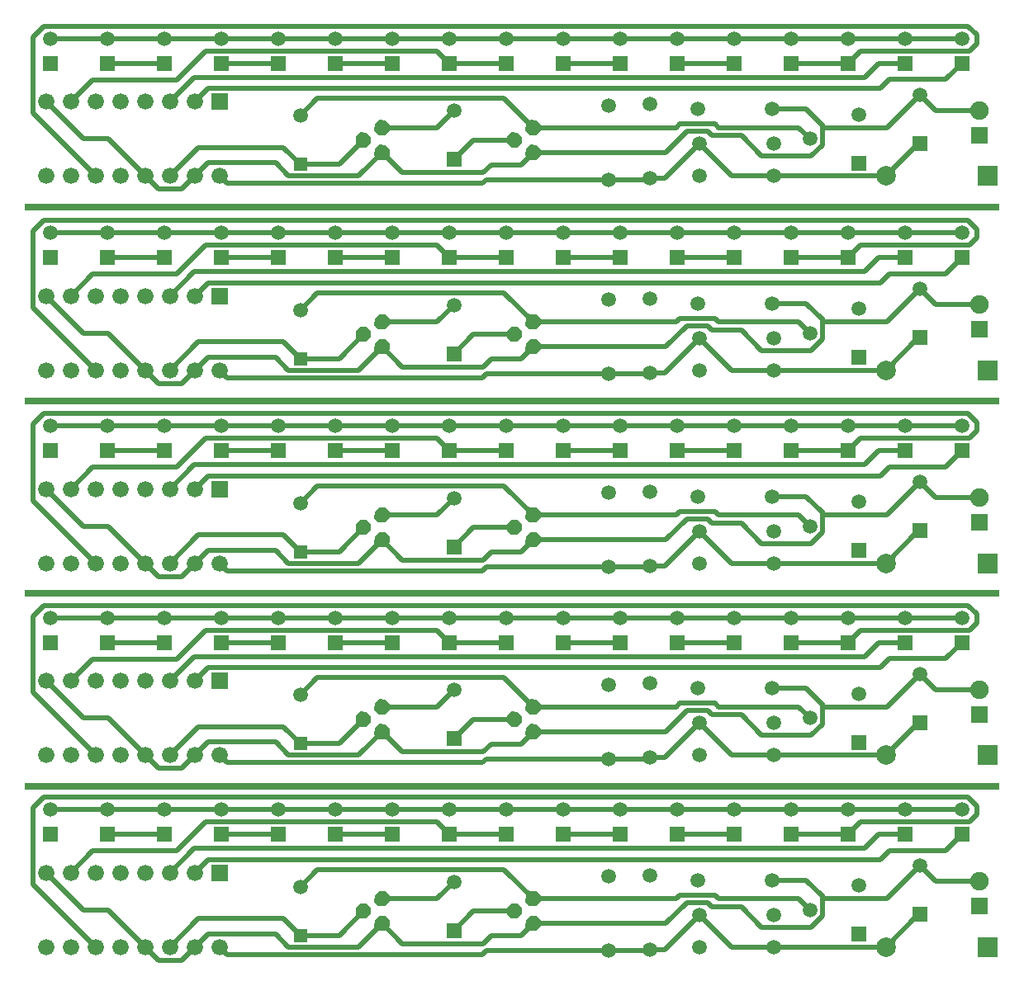
<source format=gbl>
G04 Layer_Physical_Order=2*
G04 Layer_Color=16711680*
%FSLAX25Y25*%
%MOIN*%
G70*
G01*
G75*
%ADD10C,0.02000*%
%ADD11R,3.93701X0.03150*%
%ADD12C,0.05905*%
%ADD13R,0.05937X0.05937*%
%ADD14C,0.05937*%
%ADD15R,0.05315X0.05315*%
%ADD16R,0.05905X0.05905*%
%ADD17R,0.07874X0.07874*%
%ADD18C,0.07874*%
%ADD19R,0.07087X0.07087*%
%ADD20C,0.07480*%
%ADD21R,0.06600X0.06600*%
%ADD22C,0.06600*%
G36*
X210395Y346991D02*
X212101Y345129D01*
X211991Y342605D01*
X210129Y340899D01*
X207605Y341009D01*
X205899Y342871D01*
X206009Y345395D01*
X207871Y347101D01*
X210395Y346991D01*
D02*
G37*
G36*
X149395D02*
X151101Y345129D01*
X150991Y342605D01*
X149129Y340899D01*
X146605Y341009D01*
X144899Y342871D01*
X145009Y345395D01*
X146871Y347101D01*
X149395Y346991D01*
D02*
G37*
G36*
X202895Y341991D02*
X204601Y340129D01*
X204491Y337605D01*
X202629Y335899D01*
X200105Y336009D01*
X198399Y337871D01*
X198509Y340395D01*
X200371Y342101D01*
X202895Y341991D01*
D02*
G37*
G36*
X141895D02*
X143601Y340129D01*
X143491Y337605D01*
X141629Y335899D01*
X139105Y336009D01*
X137399Y337871D01*
X137509Y340395D01*
X139371Y342101D01*
X141895Y341991D01*
D02*
G37*
G36*
X210395Y336991D02*
X212101Y335129D01*
X211991Y332605D01*
X210129Y330899D01*
X207605Y331009D01*
X205899Y332871D01*
X206009Y335395D01*
X207871Y337101D01*
X210395Y336991D01*
D02*
G37*
G36*
X149395D02*
X151101Y335129D01*
X150991Y332605D01*
X149129Y330899D01*
X146605Y331009D01*
X144899Y332871D01*
X145009Y335395D01*
X146871Y337101D01*
X149395Y336991D01*
D02*
G37*
G36*
X210395Y268491D02*
X212101Y266629D01*
X211991Y264105D01*
X210129Y262399D01*
X207605Y262509D01*
X205899Y264371D01*
X206009Y266895D01*
X207871Y268601D01*
X210395Y268491D01*
D02*
G37*
G36*
X149395D02*
X151101Y266629D01*
X150991Y264105D01*
X149129Y262399D01*
X146605Y262509D01*
X144899Y264371D01*
X145009Y266895D01*
X146871Y268601D01*
X149395Y268491D01*
D02*
G37*
G36*
X202895Y263491D02*
X204601Y261629D01*
X204491Y259105D01*
X202629Y257399D01*
X200105Y257509D01*
X198399Y259371D01*
X198509Y261895D01*
X200371Y263601D01*
X202895Y263491D01*
D02*
G37*
G36*
X141895D02*
X143601Y261629D01*
X143491Y259105D01*
X141629Y257399D01*
X139105Y257509D01*
X137399Y259371D01*
X137509Y261895D01*
X139371Y263601D01*
X141895Y263491D01*
D02*
G37*
G36*
X210395Y258491D02*
X212101Y256629D01*
X211991Y254105D01*
X210129Y252399D01*
X207605Y252509D01*
X205899Y254371D01*
X206009Y256895D01*
X207871Y258601D01*
X210395Y258491D01*
D02*
G37*
G36*
X149395D02*
X151101Y256629D01*
X150991Y254105D01*
X149129Y252399D01*
X146605Y252509D01*
X144899Y254371D01*
X145009Y256895D01*
X146871Y258601D01*
X149395Y258491D01*
D02*
G37*
G36*
X210395Y190491D02*
X212101Y188629D01*
X211991Y186105D01*
X210129Y184399D01*
X207605Y184509D01*
X205899Y186371D01*
X206009Y188895D01*
X207871Y190601D01*
X210395Y190491D01*
D02*
G37*
G36*
X149395D02*
X151101Y188629D01*
X150991Y186105D01*
X149129Y184399D01*
X146605Y184509D01*
X144899Y186371D01*
X145009Y188895D01*
X146871Y190601D01*
X149395Y190491D01*
D02*
G37*
G36*
X202895Y185491D02*
X204601Y183629D01*
X204491Y181105D01*
X202629Y179399D01*
X200105Y179509D01*
X198399Y181371D01*
X198509Y183895D01*
X200371Y185601D01*
X202895Y185491D01*
D02*
G37*
G36*
X141895D02*
X143601Y183629D01*
X143491Y181105D01*
X141629Y179399D01*
X139105Y179509D01*
X137399Y181371D01*
X137509Y183895D01*
X139371Y185601D01*
X141895Y185491D01*
D02*
G37*
G36*
X210395Y180491D02*
X212101Y178629D01*
X211991Y176105D01*
X210129Y174399D01*
X207605Y174509D01*
X205899Y176371D01*
X206009Y178895D01*
X207871Y180601D01*
X210395Y180491D01*
D02*
G37*
G36*
X149395D02*
X151101Y178629D01*
X150991Y176105D01*
X149129Y174399D01*
X146605Y174509D01*
X144899Y176371D01*
X145009Y178895D01*
X146871Y180601D01*
X149395Y180491D01*
D02*
G37*
G36*
X210395Y112991D02*
X212101Y111129D01*
X211991Y108605D01*
X210129Y106899D01*
X207605Y107009D01*
X205899Y108871D01*
X206009Y111395D01*
X207871Y113101D01*
X210395Y112991D01*
D02*
G37*
G36*
X149395D02*
X151101Y111129D01*
X150991Y108605D01*
X149129Y106899D01*
X146605Y107009D01*
X144899Y108871D01*
X145009Y111395D01*
X146871Y113101D01*
X149395Y112991D01*
D02*
G37*
G36*
X202895Y107991D02*
X204601Y106129D01*
X204491Y103605D01*
X202629Y101899D01*
X200105Y102009D01*
X198399Y103871D01*
X198509Y106395D01*
X200371Y108101D01*
X202895Y107991D01*
D02*
G37*
G36*
X141895D02*
X143601Y106129D01*
X143491Y103605D01*
X141629Y101899D01*
X139105Y102009D01*
X137399Y103871D01*
X137509Y106395D01*
X139371Y108101D01*
X141895Y107991D01*
D02*
G37*
G36*
X210395Y102991D02*
X212101Y101129D01*
X211991Y98605D01*
X210129Y96899D01*
X207605Y97009D01*
X205899Y98871D01*
X206009Y101395D01*
X207871Y103101D01*
X210395Y102991D01*
D02*
G37*
G36*
X149395D02*
X151101Y101129D01*
X150991Y98605D01*
X149129Y96899D01*
X146605Y97009D01*
X144899Y98871D01*
X145009Y101395D01*
X146871Y103101D01*
X149395Y102991D01*
D02*
G37*
G36*
X210395Y35491D02*
X212101Y33629D01*
X211991Y31105D01*
X210129Y29399D01*
X207605Y29509D01*
X205899Y31371D01*
X206009Y33895D01*
X207871Y35601D01*
X210395Y35491D01*
D02*
G37*
G36*
X149395D02*
X151101Y33629D01*
X150991Y31105D01*
X149129Y29399D01*
X146605Y29509D01*
X144899Y31371D01*
X145009Y33895D01*
X146871Y35601D01*
X149395Y35491D01*
D02*
G37*
G36*
X202895Y30491D02*
X204601Y28629D01*
X204491Y26105D01*
X202629Y24399D01*
X200105Y24509D01*
X198399Y26371D01*
X198509Y28895D01*
X200371Y30601D01*
X202895Y30491D01*
D02*
G37*
G36*
X141895D02*
X143601Y28629D01*
X143491Y26105D01*
X141629Y24399D01*
X139105Y24509D01*
X137399Y26371D01*
X137509Y28895D01*
X139371Y30601D01*
X141895Y30491D01*
D02*
G37*
G36*
X210395Y25491D02*
X212101Y23629D01*
X211991Y21105D01*
X210129Y19399D01*
X207605Y19509D01*
X205899Y21371D01*
X206009Y23895D01*
X207871Y25601D01*
X210395Y25491D01*
D02*
G37*
G36*
X149395D02*
X151101Y23629D01*
X150991Y21105D01*
X149129Y19399D01*
X146605Y19509D01*
X144899Y21371D01*
X145009Y23895D01*
X146871Y25601D01*
X149395Y25491D01*
D02*
G37*
D10*
X351657Y32500D02*
X365000Y45843D01*
X326600Y32500D02*
X351657D01*
X325700Y33400D02*
X326600Y32500D01*
X325700Y25500D02*
Y33400D01*
X319100Y40000D02*
X325700Y33400D01*
X305500Y40000D02*
X319100D01*
X316157Y32500D02*
X320657Y28000D01*
X283953Y32500D02*
X316157D01*
X255500Y11500D02*
X256000Y12000D01*
X239500Y11500D02*
X255500D01*
X188900Y14300D02*
X192100Y17500D01*
X204000D01*
X209000Y22500D01*
X57800Y7700D02*
X67200D01*
X52500Y13000D02*
X57800Y7700D01*
X67200D02*
X72500Y13000D01*
X7200Y38300D02*
Y69200D01*
X11500Y73500D01*
X384500D01*
X388000Y70000D01*
Y66500D02*
Y70000D01*
X385000Y63500D02*
X388000Y66500D01*
X22500Y43000D02*
X31300Y51800D01*
X65000D01*
X76700Y63500D01*
X170000D01*
X175000Y58500D01*
X364567Y26157D02*
X365000D01*
X351409Y13000D02*
X364567Y26157D01*
X289000Y13000D02*
X306000D01*
X276000Y26000D02*
X289000Y13000D01*
X256000Y12000D02*
X262000D01*
X276000Y26000D01*
X190000Y11500D02*
X239500D01*
X188500Y10000D02*
X190000Y11500D01*
X85500Y10000D02*
X188500D01*
X82500Y13000D02*
X85500Y10000D01*
X115000Y17657D02*
X130657D01*
X140500Y27500D01*
X115000Y37343D02*
X121957Y44300D01*
X197200D01*
X209000Y32500D01*
X348600Y58500D02*
X359000D01*
X342900Y52800D02*
X348600Y58500D01*
X72300Y52800D02*
X342900D01*
X62500Y43000D02*
X72300Y52800D01*
X72500Y43000D02*
X77800Y48300D01*
X349200D01*
X352800Y51900D01*
X375400D01*
X382000Y58500D01*
X371343Y39500D02*
X389000D01*
X365000Y45843D02*
X371343Y39500D01*
X72500Y13000D02*
X77800Y18300D01*
X105000D01*
X110300Y13000D01*
X138500D01*
X148000Y22500D01*
X321200Y21000D02*
X325700Y25500D01*
X301300Y21000D02*
X321200D01*
X293000Y29300D02*
X301300Y21000D01*
X281000Y29300D02*
X293000D01*
X279347Y30953D02*
X281000Y29300D01*
X271000Y30953D02*
X279347D01*
X262547Y22500D02*
X271000Y30953D01*
X209000Y22500D02*
X262547D01*
X156200Y14300D02*
X188900D01*
X148000Y22500D02*
X156200Y14300D01*
X184843Y27500D02*
X201500D01*
X177000Y19657D02*
X184843Y27500D01*
X209000Y32500D02*
X266847D01*
X268300Y33953D01*
X282500D01*
X283953Y32500D01*
X7200Y38300D02*
X32500Y13000D01*
X341000Y63500D02*
X385000D01*
X336000Y58500D02*
X341000Y63500D01*
X37500Y28000D02*
X52500Y13000D01*
X27500Y28000D02*
X37500D01*
X12500Y43000D02*
X27500Y28000D01*
X62500Y13000D02*
X73900Y24400D01*
X108257D01*
X115000Y17657D01*
X148000Y32500D02*
X170157D01*
X177000Y39343D01*
X359000Y68500D02*
X382000D01*
X336000D02*
X359000D01*
X313000D02*
X336000D01*
X290000D02*
X313000D01*
X267000D02*
X290000D01*
X244000D02*
X267000D01*
X221000D02*
X244000D01*
X198000D02*
X221000D01*
X37000D02*
X60000D01*
X14000D02*
X37000D01*
X175000D02*
X198000D01*
X129000D02*
X152000D01*
X175000D01*
X60000D02*
X83000D01*
X106000D02*
X129000D01*
X83000D02*
X106000D01*
X37000Y58500D02*
X60000D01*
X83000D02*
X106000D01*
X129000D02*
X152000D01*
X175000D02*
X198000D01*
X221000D02*
X244000D01*
X306000Y13000D02*
X351409D01*
X267000Y58500D02*
X290000D01*
X313000D02*
X336000D01*
X313000Y213500D02*
X336000D01*
X267000D02*
X290000D01*
X306000Y168000D02*
X351409D01*
X221000Y213500D02*
X244000D01*
X175000D02*
X198000D01*
X129000D02*
X152000D01*
X83000D02*
X106000D01*
X37000D02*
X60000D01*
X83000Y223500D02*
X106000D01*
X129000D01*
X60000D02*
X83000D01*
X152000D02*
X175000D01*
X129000D02*
X152000D01*
X175000D02*
X198000D01*
X14000D02*
X37000D01*
X60000D01*
X198000D02*
X221000D01*
X244000D01*
X267000D01*
X290000D01*
X313000D01*
X336000D01*
X359000D01*
X382000D01*
X170157Y187500D02*
X177000Y194343D01*
X148000Y187500D02*
X170157D01*
X108257Y179400D02*
X115000Y172657D01*
X73900Y179400D02*
X108257D01*
X62500Y168000D02*
X73900Y179400D01*
X12500Y198000D02*
X27500Y183000D01*
X37500D01*
X52500Y168000D01*
X336000Y213500D02*
X341000Y218500D01*
X385000D01*
X7200Y193300D02*
X32500Y168000D01*
X282500Y188953D02*
X283953Y187500D01*
X268300Y188953D02*
X282500D01*
X266847Y187500D02*
X268300Y188953D01*
X209000Y187500D02*
X266847D01*
X177000Y174657D02*
X184843Y182500D01*
X201500D01*
X148000Y177500D02*
X156200Y169300D01*
X188900D01*
X209000Y177500D02*
X262547D01*
X271000Y185953D01*
X279347D01*
X281000Y184300D01*
X293000D01*
X301300Y176000D01*
X321200D01*
X325700Y180500D01*
X138500Y168000D02*
X148000Y177500D01*
X110300Y168000D02*
X138500D01*
X105000Y173300D02*
X110300Y168000D01*
X77800Y173300D02*
X105000D01*
X72500Y168000D02*
X77800Y173300D01*
X365000Y200843D02*
X371343Y194500D01*
X389000D01*
X375400Y206900D02*
X382000Y213500D01*
X352800Y206900D02*
X375400D01*
X349200Y203300D02*
X352800Y206900D01*
X77800Y203300D02*
X349200D01*
X72500Y198000D02*
X77800Y203300D01*
X62500Y198000D02*
X72300Y207800D01*
X342900D01*
X348600Y213500D01*
X359000D01*
X197200Y199300D02*
X209000Y187500D01*
X121957Y199300D02*
X197200D01*
X115000Y192343D02*
X121957Y199300D01*
X130657Y172657D02*
X140500Y182500D01*
X115000Y172657D02*
X130657D01*
X82500Y168000D02*
X85500Y165000D01*
X188500D01*
X190000Y166500D01*
X239500D01*
X262000Y167000D02*
X276000Y181000D01*
X256000Y167000D02*
X262000D01*
X276000Y181000D02*
X289000Y168000D01*
X306000D01*
X351409D02*
X364567Y181157D01*
X365000D01*
X170000Y218500D02*
X175000Y213500D01*
X76700Y218500D02*
X170000D01*
X65000Y206800D02*
X76700Y218500D01*
X31300Y206800D02*
X65000D01*
X22500Y198000D02*
X31300Y206800D01*
X385000Y218500D02*
X388000Y221500D01*
Y225000D01*
X384500Y228500D02*
X388000Y225000D01*
X11500Y228500D02*
X384500D01*
X7200Y224200D02*
X11500Y228500D01*
X7200Y193300D02*
Y224200D01*
X67200Y162700D02*
X72500Y168000D01*
X52500D02*
X57800Y162700D01*
X67200D01*
X204000Y172500D02*
X209000Y177500D01*
X192100Y172500D02*
X204000D01*
X188900Y169300D02*
X192100Y172500D01*
X239500Y166500D02*
X255500D01*
X256000Y167000D01*
X283953Y187500D02*
X316157D01*
X320657Y183000D01*
X305500Y195000D02*
X319100D01*
X325700Y188400D01*
Y180500D02*
Y188400D01*
X326600Y187500D01*
X351657D01*
X365000Y200843D01*
X313000Y136000D02*
X336000D01*
X267000D02*
X290000D01*
X306000Y90500D02*
X351409D01*
X221000Y136000D02*
X244000D01*
X175000D02*
X198000D01*
X129000D02*
X152000D01*
X83000D02*
X106000D01*
X37000D02*
X60000D01*
X83000Y146000D02*
X106000D01*
X129000D01*
X60000D02*
X83000D01*
X152000D02*
X175000D01*
X129000D02*
X152000D01*
X175000D02*
X198000D01*
X14000D02*
X37000D01*
X60000D01*
X198000D02*
X221000D01*
X244000D01*
X267000D01*
X290000D01*
X313000D01*
X336000D01*
X359000D01*
X382000D01*
X170157Y110000D02*
X177000Y116843D01*
X148000Y110000D02*
X170157D01*
X108257Y101900D02*
X115000Y95157D01*
X73900Y101900D02*
X108257D01*
X62500Y90500D02*
X73900Y101900D01*
X12500Y120500D02*
X27500Y105500D01*
X37500D01*
X52500Y90500D01*
X336000Y136000D02*
X341000Y141000D01*
X385000D01*
X7200Y115800D02*
X32500Y90500D01*
X282500Y111453D02*
X283953Y110000D01*
X268300Y111453D02*
X282500D01*
X266847Y110000D02*
X268300Y111453D01*
X209000Y110000D02*
X266847D01*
X177000Y97157D02*
X184843Y105000D01*
X201500D01*
X148000Y100000D02*
X156200Y91800D01*
X188900D01*
X209000Y100000D02*
X262547D01*
X271000Y108453D01*
X279347D01*
X281000Y106800D01*
X293000D01*
X301300Y98500D01*
X321200D01*
X325700Y103000D01*
X138500Y90500D02*
X148000Y100000D01*
X110300Y90500D02*
X138500D01*
X105000Y95800D02*
X110300Y90500D01*
X77800Y95800D02*
X105000D01*
X72500Y90500D02*
X77800Y95800D01*
X365000Y123343D02*
X371343Y117000D01*
X389000D01*
X375400Y129400D02*
X382000Y136000D01*
X352800Y129400D02*
X375400D01*
X349200Y125800D02*
X352800Y129400D01*
X77800Y125800D02*
X349200D01*
X72500Y120500D02*
X77800Y125800D01*
X62500Y120500D02*
X72300Y130300D01*
X342900D01*
X348600Y136000D01*
X359000D01*
X197200Y121800D02*
X209000Y110000D01*
X121957Y121800D02*
X197200D01*
X115000Y114843D02*
X121957Y121800D01*
X130657Y95157D02*
X140500Y105000D01*
X115000Y95157D02*
X130657D01*
X82500Y90500D02*
X85500Y87500D01*
X188500D01*
X190000Y89000D01*
X239500D01*
X262000Y89500D02*
X276000Y103500D01*
X256000Y89500D02*
X262000D01*
X276000Y103500D02*
X289000Y90500D01*
X306000D01*
X351409D02*
X364567Y103657D01*
X365000D01*
X170000Y141000D02*
X175000Y136000D01*
X76700Y141000D02*
X170000D01*
X65000Y129300D02*
X76700Y141000D01*
X31300Y129300D02*
X65000D01*
X22500Y120500D02*
X31300Y129300D01*
X385000Y141000D02*
X388000Y144000D01*
Y147500D01*
X384500Y151000D02*
X388000Y147500D01*
X11500Y151000D02*
X384500D01*
X7200Y146700D02*
X11500Y151000D01*
X7200Y115800D02*
Y146700D01*
X67200Y85200D02*
X72500Y90500D01*
X52500D02*
X57800Y85200D01*
X67200D01*
X204000Y95000D02*
X209000Y100000D01*
X192100Y95000D02*
X204000D01*
X188900Y91800D02*
X192100Y95000D01*
X239500Y89000D02*
X255500D01*
X256000Y89500D01*
X283953Y110000D02*
X316157D01*
X320657Y105500D01*
X305500Y117500D02*
X319100D01*
X325700Y110900D01*
Y103000D02*
Y110900D01*
X326600Y110000D01*
X351657D01*
X365000Y123343D01*
X313000Y291500D02*
X336000D01*
X267000D02*
X290000D01*
X306000Y246000D02*
X351409D01*
X221000Y291500D02*
X244000D01*
X175000D02*
X198000D01*
X129000D02*
X152000D01*
X83000D02*
X106000D01*
X37000D02*
X60000D01*
X83000Y301500D02*
X106000D01*
X129000D01*
X60000D02*
X83000D01*
X152000D02*
X175000D01*
X129000D02*
X152000D01*
X175000D02*
X198000D01*
X14000D02*
X37000D01*
X60000D01*
X198000D02*
X221000D01*
X244000D01*
X267000D01*
X290000D01*
X313000D01*
X336000D01*
X359000D01*
X382000D01*
X170157Y265500D02*
X177000Y272343D01*
X148000Y265500D02*
X170157D01*
X108257Y257400D02*
X115000Y250657D01*
X73900Y257400D02*
X108257D01*
X62500Y246000D02*
X73900Y257400D01*
X12500Y276000D02*
X27500Y261000D01*
X37500D01*
X52500Y246000D01*
X336000Y291500D02*
X341000Y296500D01*
X385000D01*
X7200Y271300D02*
X32500Y246000D01*
X282500Y266953D02*
X283953Y265500D01*
X268300Y266953D02*
X282500D01*
X266847Y265500D02*
X268300Y266953D01*
X209000Y265500D02*
X266847D01*
X177000Y252657D02*
X184843Y260500D01*
X201500D01*
X148000Y255500D02*
X156200Y247300D01*
X188900D01*
X209000Y255500D02*
X262547D01*
X271000Y263953D01*
X279347D01*
X281000Y262300D01*
X293000D01*
X301300Y254000D01*
X321200D01*
X325700Y258500D01*
X138500Y246000D02*
X148000Y255500D01*
X110300Y246000D02*
X138500D01*
X105000Y251300D02*
X110300Y246000D01*
X77800Y251300D02*
X105000D01*
X72500Y246000D02*
X77800Y251300D01*
X365000Y278843D02*
X371343Y272500D01*
X389000D01*
X375400Y284900D02*
X382000Y291500D01*
X352800Y284900D02*
X375400D01*
X349200Y281300D02*
X352800Y284900D01*
X77800Y281300D02*
X349200D01*
X72500Y276000D02*
X77800Y281300D01*
X62500Y276000D02*
X72300Y285800D01*
X342900D01*
X348600Y291500D01*
X359000D01*
X197200Y277300D02*
X209000Y265500D01*
X121957Y277300D02*
X197200D01*
X115000Y270343D02*
X121957Y277300D01*
X130657Y250657D02*
X140500Y260500D01*
X115000Y250657D02*
X130657D01*
X82500Y246000D02*
X85500Y243000D01*
X188500D01*
X190000Y244500D01*
X239500D01*
X262000Y245000D02*
X276000Y259000D01*
X256000Y245000D02*
X262000D01*
X276000Y259000D02*
X289000Y246000D01*
X306000D01*
X351409D02*
X364567Y259157D01*
X365000D01*
X170000Y296500D02*
X175000Y291500D01*
X76700Y296500D02*
X170000D01*
X65000Y284800D02*
X76700Y296500D01*
X31300Y284800D02*
X65000D01*
X22500Y276000D02*
X31300Y284800D01*
X385000Y296500D02*
X388000Y299500D01*
Y303000D01*
X384500Y306500D02*
X388000Y303000D01*
X11500Y306500D02*
X384500D01*
X7200Y302200D02*
X11500Y306500D01*
X7200Y271300D02*
Y302200D01*
X67200Y240700D02*
X72500Y246000D01*
X52500D02*
X57800Y240700D01*
X67200D01*
X204000Y250500D02*
X209000Y255500D01*
X192100Y250500D02*
X204000D01*
X188900Y247300D02*
X192100Y250500D01*
X239500Y244500D02*
X255500D01*
X256000Y245000D01*
X283953Y265500D02*
X316157D01*
X320657Y261000D01*
X305500Y273000D02*
X319100D01*
X325700Y266400D01*
Y258500D02*
Y266400D01*
X326600Y265500D01*
X351657D01*
X365000Y278843D01*
X313000Y370000D02*
X336000D01*
X267000D02*
X290000D01*
X306000Y324500D02*
X351409D01*
X221000Y370000D02*
X244000D01*
X175000D02*
X198000D01*
X129000D02*
X152000D01*
X83000D02*
X106000D01*
X37000D02*
X60000D01*
X83000Y380000D02*
X106000D01*
X129000D01*
X60000D02*
X83000D01*
X152000D02*
X175000D01*
X129000D02*
X152000D01*
X175000D02*
X198000D01*
X14000D02*
X37000D01*
X60000D01*
X198000D02*
X221000D01*
X244000D01*
X267000D01*
X290000D01*
X313000D01*
X336000D01*
X359000D01*
X382000D01*
X170157Y344000D02*
X177000Y350843D01*
X148000Y344000D02*
X170157D01*
X108257Y335900D02*
X115000Y329157D01*
X73900Y335900D02*
X108257D01*
X62500Y324500D02*
X73900Y335900D01*
X12500Y354500D02*
X27500Y339500D01*
X37500D01*
X52500Y324500D01*
X336000Y370000D02*
X341000Y375000D01*
X385000D01*
X7200Y349800D02*
X32500Y324500D01*
X282500Y345453D02*
X283953Y344000D01*
X268300Y345453D02*
X282500D01*
X266847Y344000D02*
X268300Y345453D01*
X209000Y344000D02*
X266847D01*
X177000Y331157D02*
X184843Y339000D01*
X201500D01*
X148000Y334000D02*
X156200Y325800D01*
X188900D01*
X209000Y334000D02*
X262547D01*
X271000Y342453D01*
X279347D01*
X281000Y340800D01*
X293000D01*
X301300Y332500D01*
X321200D01*
X325700Y337000D01*
X138500Y324500D02*
X148000Y334000D01*
X110300Y324500D02*
X138500D01*
X105000Y329800D02*
X110300Y324500D01*
X77800Y329800D02*
X105000D01*
X72500Y324500D02*
X77800Y329800D01*
X365000Y357343D02*
X371343Y351000D01*
X389000D01*
X375400Y363400D02*
X382000Y370000D01*
X352800Y363400D02*
X375400D01*
X349200Y359800D02*
X352800Y363400D01*
X77800Y359800D02*
X349200D01*
X72500Y354500D02*
X77800Y359800D01*
X62500Y354500D02*
X72300Y364300D01*
X342900D01*
X348600Y370000D01*
X359000D01*
X197200Y355800D02*
X209000Y344000D01*
X121957Y355800D02*
X197200D01*
X115000Y348843D02*
X121957Y355800D01*
X130657Y329157D02*
X140500Y339000D01*
X115000Y329157D02*
X130657D01*
X82500Y324500D02*
X85500Y321500D01*
X188500D01*
X190000Y323000D01*
X239500D01*
X262000Y323500D02*
X276000Y337500D01*
X256000Y323500D02*
X262000D01*
X276000Y337500D02*
X289000Y324500D01*
X306000D01*
X351409D02*
X364567Y337657D01*
X365000D01*
X170000Y375000D02*
X175000Y370000D01*
X76700Y375000D02*
X170000D01*
X65000Y363300D02*
X76700Y375000D01*
X31300Y363300D02*
X65000D01*
X22500Y354500D02*
X31300Y363300D01*
X385000Y375000D02*
X388000Y378000D01*
Y381500D01*
X384500Y385000D02*
X388000Y381500D01*
X11500Y385000D02*
X384500D01*
X7200Y380700D02*
X11500Y385000D01*
X7200Y349800D02*
Y380700D01*
X67200Y319200D02*
X72500Y324500D01*
X52500D02*
X57800Y319200D01*
X67200D01*
X204000Y329000D02*
X209000Y334000D01*
X192100Y329000D02*
X204000D01*
X188900Y325800D02*
X192100Y329000D01*
X239500Y323000D02*
X255500D01*
X256000Y323500D01*
X283953Y344000D02*
X316157D01*
X320657Y339500D01*
X305500Y351500D02*
X319100D01*
X325700Y344900D01*
Y337000D02*
Y344900D01*
X326600Y344000D01*
X351657D01*
X365000Y357343D01*
D11*
X200500Y312000D02*
D03*
Y233500D02*
D03*
Y156000D02*
D03*
Y78000D02*
D03*
D12*
X209000Y32500D02*
D03*
X201500Y27500D02*
D03*
X209000Y22500D02*
D03*
X148000Y32500D02*
D03*
X140500Y27500D02*
D03*
X148000Y22500D02*
D03*
X115000Y37343D02*
D03*
X177000Y39343D02*
D03*
X256000Y42000D02*
D03*
Y12000D02*
D03*
X239500Y11500D02*
D03*
Y41500D02*
D03*
X276000Y26000D02*
D03*
X306000D02*
D03*
Y13000D02*
D03*
X276000D02*
D03*
X365000Y45843D02*
D03*
X305500Y40000D02*
D03*
X275500D02*
D03*
X382000Y68500D02*
D03*
X359000D02*
D03*
X336000D02*
D03*
X313000D02*
D03*
X290000D02*
D03*
X267000D02*
D03*
X244000D02*
D03*
X221000D02*
D03*
X198000D02*
D03*
X175000D02*
D03*
X152000D02*
D03*
X129000D02*
D03*
X106000D02*
D03*
X83000D02*
D03*
X60000D02*
D03*
X37000D02*
D03*
X14000D02*
D03*
X306000Y168000D02*
D03*
X276000D02*
D03*
X14000Y223500D02*
D03*
X177000Y194343D02*
D03*
X115000Y192343D02*
D03*
X37000Y223500D02*
D03*
X60000D02*
D03*
X83000D02*
D03*
X106000D02*
D03*
X129000D02*
D03*
X152000D02*
D03*
X175000D02*
D03*
X198000D02*
D03*
X221000D02*
D03*
X244000D02*
D03*
X267000D02*
D03*
X290000D02*
D03*
X313000D02*
D03*
X336000D02*
D03*
X359000D02*
D03*
X276000Y181000D02*
D03*
X306000D02*
D03*
X382000Y223500D02*
D03*
X305500Y195000D02*
D03*
X275500D02*
D03*
X256000Y197000D02*
D03*
Y167000D02*
D03*
X239500Y166500D02*
D03*
Y196500D02*
D03*
X365000Y200843D02*
D03*
X148000Y187500D02*
D03*
X140500Y182500D02*
D03*
X148000Y177500D02*
D03*
X209000Y187500D02*
D03*
X201500Y182500D02*
D03*
X209000Y177500D02*
D03*
X306000Y90500D02*
D03*
X276000D02*
D03*
X14000Y146000D02*
D03*
X177000Y116843D02*
D03*
X115000Y114843D02*
D03*
X37000Y146000D02*
D03*
X60000D02*
D03*
X83000D02*
D03*
X106000D02*
D03*
X129000D02*
D03*
X152000D02*
D03*
X175000D02*
D03*
X198000D02*
D03*
X221000D02*
D03*
X244000D02*
D03*
X267000D02*
D03*
X290000D02*
D03*
X313000D02*
D03*
X336000D02*
D03*
X359000D02*
D03*
X276000Y103500D02*
D03*
X306000D02*
D03*
X382000Y146000D02*
D03*
X305500Y117500D02*
D03*
X275500D02*
D03*
X256000Y119500D02*
D03*
Y89500D02*
D03*
X239500Y89000D02*
D03*
Y119000D02*
D03*
X365000Y123343D02*
D03*
X148000Y110000D02*
D03*
X140500Y105000D02*
D03*
X148000Y100000D02*
D03*
X209000Y110000D02*
D03*
X201500Y105000D02*
D03*
X209000Y100000D02*
D03*
X306000Y246000D02*
D03*
X276000D02*
D03*
X14000Y301500D02*
D03*
X177000Y272343D02*
D03*
X115000Y270343D02*
D03*
X37000Y301500D02*
D03*
X60000D02*
D03*
X83000D02*
D03*
X106000D02*
D03*
X129000D02*
D03*
X152000D02*
D03*
X175000D02*
D03*
X198000D02*
D03*
X221000D02*
D03*
X244000D02*
D03*
X267000D02*
D03*
X290000D02*
D03*
X313000D02*
D03*
X336000D02*
D03*
X359000D02*
D03*
X276000Y259000D02*
D03*
X306000D02*
D03*
X382000Y301500D02*
D03*
X305500Y273000D02*
D03*
X275500D02*
D03*
X256000Y275000D02*
D03*
Y245000D02*
D03*
X239500Y244500D02*
D03*
Y274500D02*
D03*
X365000Y278843D02*
D03*
X148000Y265500D02*
D03*
X140500Y260500D02*
D03*
X148000Y255500D02*
D03*
X209000Y265500D02*
D03*
X201500Y260500D02*
D03*
X209000Y255500D02*
D03*
X306000Y324500D02*
D03*
X276000D02*
D03*
X14000Y380000D02*
D03*
X177000Y350843D02*
D03*
X115000Y348843D02*
D03*
X37000Y380000D02*
D03*
X60000D02*
D03*
X83000D02*
D03*
X106000D02*
D03*
X129000D02*
D03*
X152000D02*
D03*
X175000D02*
D03*
X198000D02*
D03*
X221000D02*
D03*
X244000D02*
D03*
X267000D02*
D03*
X290000D02*
D03*
X313000D02*
D03*
X336000D02*
D03*
X359000D02*
D03*
X276000Y337500D02*
D03*
X306000D02*
D03*
X382000Y380000D02*
D03*
X305500Y351500D02*
D03*
X275500D02*
D03*
X256000Y353500D02*
D03*
Y323500D02*
D03*
X239500Y323000D02*
D03*
Y353000D02*
D03*
X365000Y357343D02*
D03*
X148000Y344000D02*
D03*
X140500Y339000D02*
D03*
X148000Y334000D02*
D03*
X209000Y344000D02*
D03*
X201500Y339000D02*
D03*
X209000Y334000D02*
D03*
D13*
X340343Y18157D02*
D03*
Y173157D02*
D03*
Y95657D02*
D03*
Y251157D02*
D03*
Y329657D02*
D03*
D14*
X320657Y28000D02*
D03*
X340343Y37843D02*
D03*
X320657Y183000D02*
D03*
X340343Y192843D02*
D03*
X320657Y105500D02*
D03*
X340343Y115343D02*
D03*
X320657Y261000D02*
D03*
X340343Y270843D02*
D03*
X320657Y339500D02*
D03*
X340343Y349343D02*
D03*
D15*
X115000Y17657D02*
D03*
Y172657D02*
D03*
Y95157D02*
D03*
Y250657D02*
D03*
Y329157D02*
D03*
D16*
X177000Y19657D02*
D03*
X365000Y26157D02*
D03*
X382000Y58500D02*
D03*
X359000D02*
D03*
X336000D02*
D03*
X313000D02*
D03*
X290000D02*
D03*
X267000D02*
D03*
X244000D02*
D03*
X221000D02*
D03*
X198000D02*
D03*
X175000D02*
D03*
X152000D02*
D03*
X129000D02*
D03*
X106000D02*
D03*
X83000D02*
D03*
X60000D02*
D03*
X37000D02*
D03*
X14000D02*
D03*
Y213500D02*
D03*
X177000Y174657D02*
D03*
X37000Y213500D02*
D03*
X60000D02*
D03*
X83000D02*
D03*
X106000D02*
D03*
X129000D02*
D03*
X152000D02*
D03*
X175000D02*
D03*
X198000D02*
D03*
X221000D02*
D03*
X244000D02*
D03*
X267000D02*
D03*
X290000D02*
D03*
X313000D02*
D03*
X336000D02*
D03*
X359000D02*
D03*
X382000D02*
D03*
X365000Y181157D02*
D03*
X14000Y136000D02*
D03*
X177000Y97157D02*
D03*
X37000Y136000D02*
D03*
X60000D02*
D03*
X83000D02*
D03*
X106000D02*
D03*
X129000D02*
D03*
X152000D02*
D03*
X175000D02*
D03*
X198000D02*
D03*
X221000D02*
D03*
X244000D02*
D03*
X267000D02*
D03*
X290000D02*
D03*
X313000D02*
D03*
X336000D02*
D03*
X359000D02*
D03*
X382000D02*
D03*
X365000Y103657D02*
D03*
X14000Y291500D02*
D03*
X177000Y252657D02*
D03*
X37000Y291500D02*
D03*
X60000D02*
D03*
X83000D02*
D03*
X106000D02*
D03*
X129000D02*
D03*
X152000D02*
D03*
X175000D02*
D03*
X198000D02*
D03*
X221000D02*
D03*
X244000D02*
D03*
X267000D02*
D03*
X290000D02*
D03*
X313000D02*
D03*
X336000D02*
D03*
X359000D02*
D03*
X382000D02*
D03*
X365000Y259157D02*
D03*
X14000Y370000D02*
D03*
X177000Y331157D02*
D03*
X37000Y370000D02*
D03*
X60000D02*
D03*
X83000D02*
D03*
X106000D02*
D03*
X129000D02*
D03*
X152000D02*
D03*
X175000D02*
D03*
X198000D02*
D03*
X221000D02*
D03*
X244000D02*
D03*
X267000D02*
D03*
X290000D02*
D03*
X313000D02*
D03*
X336000D02*
D03*
X359000D02*
D03*
X382000D02*
D03*
X365000Y337657D02*
D03*
D17*
X392591Y13000D02*
D03*
Y168000D02*
D03*
Y90500D02*
D03*
Y246000D02*
D03*
Y324500D02*
D03*
D18*
X351409Y13000D02*
D03*
Y168000D02*
D03*
Y90500D02*
D03*
Y246000D02*
D03*
Y324500D02*
D03*
D19*
X389000Y29500D02*
D03*
Y184500D02*
D03*
Y107000D02*
D03*
Y262500D02*
D03*
Y341000D02*
D03*
D20*
Y39500D02*
D03*
Y194500D02*
D03*
Y117000D02*
D03*
Y272500D02*
D03*
Y351000D02*
D03*
D21*
X82500Y43000D02*
D03*
Y198000D02*
D03*
Y120500D02*
D03*
Y276000D02*
D03*
Y354500D02*
D03*
D22*
X72500Y43000D02*
D03*
X62500D02*
D03*
X52500D02*
D03*
X42500D02*
D03*
X32500D02*
D03*
X22500D02*
D03*
X12500D02*
D03*
Y13000D02*
D03*
X22500D02*
D03*
X32500D02*
D03*
X42500D02*
D03*
X52500D02*
D03*
X62500D02*
D03*
X72500D02*
D03*
X82500D02*
D03*
X72500Y198000D02*
D03*
X62500D02*
D03*
X52500D02*
D03*
X42500D02*
D03*
X32500D02*
D03*
X22500D02*
D03*
X12500D02*
D03*
Y168000D02*
D03*
X22500D02*
D03*
X32500D02*
D03*
X42500D02*
D03*
X52500D02*
D03*
X62500D02*
D03*
X72500D02*
D03*
X82500D02*
D03*
X72500Y120500D02*
D03*
X62500D02*
D03*
X52500D02*
D03*
X42500D02*
D03*
X32500D02*
D03*
X22500D02*
D03*
X12500D02*
D03*
Y90500D02*
D03*
X22500D02*
D03*
X32500D02*
D03*
X42500D02*
D03*
X52500D02*
D03*
X62500D02*
D03*
X72500D02*
D03*
X82500D02*
D03*
X72500Y276000D02*
D03*
X62500D02*
D03*
X52500D02*
D03*
X42500D02*
D03*
X32500D02*
D03*
X22500D02*
D03*
X12500D02*
D03*
Y246000D02*
D03*
X22500D02*
D03*
X32500D02*
D03*
X42500D02*
D03*
X52500D02*
D03*
X62500D02*
D03*
X72500D02*
D03*
X82500D02*
D03*
X72500Y354500D02*
D03*
X62500D02*
D03*
X52500D02*
D03*
X42500D02*
D03*
X32500D02*
D03*
X22500D02*
D03*
X12500D02*
D03*
Y324500D02*
D03*
X22500D02*
D03*
X32500D02*
D03*
X42500D02*
D03*
X52500D02*
D03*
X62500D02*
D03*
X72500D02*
D03*
X82500D02*
D03*
M02*

</source>
